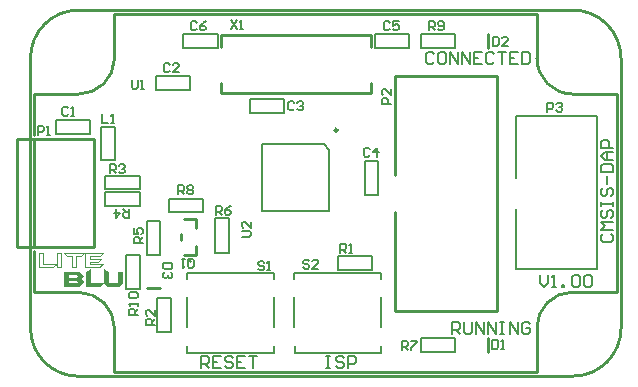
<source format=gto>
%FSLAX25Y25*%
%MOIN*%
G70*
G01*
G75*
G04 Layer_Color=65535*
%ADD10R,0.07600X0.04700*%
%ADD11R,0.07600X0.09500*%
%ADD12R,0.08400X0.08400*%
%ADD13R,0.05400X0.01600*%
%ADD14R,0.21654X0.07874*%
%ADD15R,0.04000X0.03500*%
%ADD16R,0.06400X0.13200*%
%ADD17R,0.06400X0.04800*%
%ADD18R,0.03500X0.04000*%
%ADD19R,0.03543X0.03150*%
%ADD20R,0.11000X0.04000*%
%ADD21R,0.03150X0.03543*%
%ADD22R,0.09600X0.03200*%
%ADD23R,0.06102X0.00984*%
%ADD24R,0.00984X0.06102*%
%ADD25R,0.04600X0.04000*%
%ADD26C,0.01000*%
%ADD27C,0.02000*%
%ADD28C,0.01500*%
%ADD29C,0.03000*%
%ADD30C,0.13600*%
%ADD31C,0.09000*%
%ADD32R,0.09000X0.09000*%
%ADD33C,0.02800*%
%ADD34C,0.00984*%
%ADD35C,0.00800*%
%ADD36C,0.00787*%
%ADD37C,0.00700*%
G36*
X116866Y139780D02*
X115515D01*
Y135961D01*
X113695D01*
Y139780D01*
X112336D01*
X111040Y141201D01*
X118178D01*
X116866Y139780D01*
D02*
G37*
G36*
X123309Y139772D02*
X120123D01*
Y139241D01*
X123903D01*
X122684Y137913D01*
X120123D01*
Y137382D01*
X124442D01*
X123129Y135961D01*
X118303D01*
Y141201D01*
X124621D01*
X123309Y139772D01*
D02*
G37*
G36*
X126226Y134831D02*
Y131020D01*
X129077D01*
Y134878D01*
X130748D01*
Y130926D01*
X129569Y129747D01*
X125727D01*
X124555Y130918D01*
Y135745D01*
X126226Y134831D01*
D02*
G37*
G36*
X117753Y133269D02*
X117042Y132308D01*
X117753Y131348D01*
X116581Y129747D01*
X111200D01*
Y134878D01*
X116581D01*
X117753Y133269D01*
D02*
G37*
G36*
X120182Y131020D02*
X124438D01*
X123274Y129747D01*
X118510D01*
Y134831D01*
X120182Y135745D01*
Y131020D01*
D02*
G37*
G36*
X110594Y135961D02*
X108775D01*
Y137205D01*
X107627Y135961D01*
X102800D01*
Y141201D01*
X104620D01*
Y137382D01*
X108775D01*
Y141201D01*
X110594D01*
Y135961D01*
D02*
G37*
%LPC*%
G36*
X117608Y140873D02*
X111586D01*
X112477Y140108D01*
X114031D01*
Y136289D01*
X115179D01*
Y140108D01*
X116733D01*
X117608Y140873D01*
D02*
G37*
G36*
X124051D02*
X118639D01*
Y136289D01*
X122989D01*
X123871Y137054D01*
X119787D01*
Y138242D01*
X122544D01*
X123333Y138905D01*
X119787D01*
Y140100D01*
X123169D01*
X124051Y140873D01*
D02*
G37*
G36*
X115621Y131723D02*
X112871D01*
Y131020D01*
X115621D01*
X115933Y131348D01*
X115621Y131723D01*
D02*
G37*
G36*
X104284Y140873D02*
X103136D01*
Y136289D01*
X107486D01*
X108369Y137054D01*
X104284D01*
Y140873D01*
D02*
G37*
G36*
X110258D02*
X109110D01*
Y136289D01*
X110258D01*
Y140873D01*
D02*
G37*
G36*
X115621Y133605D02*
X112871D01*
Y132894D01*
X115613D01*
X115933Y133269D01*
X115621Y133605D01*
D02*
G37*
%LPD*%
D26*
X115900Y194046D02*
G03*
X128000Y205900I100J12000D01*
G01*
X268800Y206100D02*
G03*
X280898Y194047I12000J-53D01*
G01*
X128001Y116000D02*
G03*
X116000Y128001I-12001J0D01*
G01*
X280708Y128101D02*
G03*
X268799Y116017I92J-12000D01*
G01*
X95400Y143100D02*
Y179100D01*
X102100D01*
X95400Y143100D02*
X102100D01*
X102000D02*
X121100D01*
X101900Y179100D02*
X121100D01*
X101100Y143100D02*
Y179100D01*
X121100Y143100D02*
Y179100D01*
X128000Y205900D02*
Y220700D01*
X101100Y194000D02*
X115900D01*
X101200Y128001D02*
X116000D01*
X128000Y101400D02*
Y116100D01*
X280600Y194000D02*
X295600D01*
X268800Y101400D02*
Y116100D01*
X128000Y101400D02*
X268800D01*
X101200Y128001D02*
Y141800D01*
X101100Y180400D02*
Y194000D01*
X268800Y206100D02*
Y220700D01*
X128000D02*
X268800D01*
X280600Y128100D02*
X295600D01*
Y194000D01*
X163600Y213900D02*
X213600D01*
X163600Y209900D02*
Y213900D01*
X213600Y194451D02*
Y197900D01*
Y209900D02*
Y213900D01*
X163600Y194451D02*
X213600D01*
X163600D02*
Y197900D01*
X138800Y129300D02*
X143300D01*
X252600Y108100D02*
Y112600D01*
X221500Y121600D02*
Y154600D01*
Y167000D02*
Y200000D01*
X255400D01*
Y121600D02*
Y200000D01*
X221500Y121600D02*
X255400D01*
X155200Y149500D02*
Y152500D01*
X151200Y140500D02*
X155200D01*
Y143500D01*
X150200Y145500D02*
Y147500D01*
X151200Y152500D02*
X155200D01*
X252600Y209500D02*
Y214000D01*
X116000Y222047D02*
G03*
X100000Y206000I0J-16000D01*
G01*
X99999Y116000D02*
G03*
X116000Y99999I16001J0D01*
G01*
X296803Y206000D02*
G03*
X280800Y222050I-16003J47D01*
G01*
Y100039D02*
G03*
X296861Y116100I0J16061D01*
G01*
X116000Y222047D02*
X280800D01*
X296850Y116100D02*
Y206000D01*
X100000Y116000D02*
Y206000D01*
X116000Y100000D02*
X280800D01*
D34*
X202376Y182046D02*
G03*
X202376Y182046I-492J0D01*
G01*
D35*
X141900Y195400D02*
X153300D01*
X141900D02*
Y200000D01*
X153300D01*
Y195400D02*
Y200000D01*
X128200Y172200D02*
Y183200D01*
X123600Y172200D02*
X128200D01*
X123600D02*
Y183200D01*
X128200D01*
X108600Y185400D02*
X120000D01*
Y180800D02*
Y185400D01*
X108600Y180800D02*
X120000D01*
X108600D02*
Y185400D01*
X125000Y156900D02*
Y161500D01*
Y156900D02*
X136400D01*
Y161500D01*
X125000D02*
X136400D01*
Y162300D02*
Y166900D01*
X125000D02*
X136400D01*
X125000Y162300D02*
Y166900D01*
Y162300D02*
X136400D01*
X131900Y140500D02*
X136500D01*
X131900Y129100D02*
Y140500D01*
Y129100D02*
X136500D01*
Y140500D01*
X142300Y114700D02*
X146900D01*
Y126100D01*
X142300D02*
X146900D01*
X142300Y114700D02*
Y126100D01*
X213800Y135500D02*
Y140100D01*
X202400D02*
X213800D01*
X202400Y135500D02*
Y140100D01*
Y135500D02*
X213800D01*
X241600Y108000D02*
Y112600D01*
X230200D02*
X241600D01*
X230200Y108000D02*
Y112600D01*
Y108000D02*
X241600D01*
X216000Y160400D02*
Y171800D01*
X211400Y160400D02*
X216000D01*
X211400D02*
Y171800D01*
X216000D01*
X173200Y187800D02*
X184600D01*
X173200D02*
Y192400D01*
X184600D01*
Y187800D02*
Y192400D01*
X146100Y154600D02*
Y159200D01*
Y154600D02*
X157500D01*
Y159200D01*
X146100D02*
X157500D01*
X161500Y152600D02*
X166100D01*
X161500Y141200D02*
Y152600D01*
Y141200D02*
X166100D01*
Y152600D01*
X138700Y140400D02*
X143300D01*
Y151800D01*
X138700D02*
X143300D01*
X138700Y140400D02*
Y151800D01*
X230200Y209400D02*
Y214000D01*
Y209400D02*
X241600D01*
Y214000D01*
X230200D02*
X241600D01*
X214800D02*
X226200D01*
Y209400D02*
Y214000D01*
X214800Y209400D02*
X226200D01*
X214800D02*
Y214000D01*
X151000D02*
X162400D01*
Y209400D02*
Y214000D01*
X151000Y209400D02*
X162400D01*
X151000D02*
Y214000D01*
X240600Y114200D02*
Y118199D01*
X242599D01*
X243266Y117532D01*
Y116199D01*
X242599Y115533D01*
X240600D01*
X241933D02*
X243266Y114200D01*
X244599Y118199D02*
Y114866D01*
X245265Y114200D01*
X246598D01*
X247265Y114866D01*
Y118199D01*
X248597Y114200D02*
Y118199D01*
X251263Y114200D01*
Y118199D01*
X252596Y114200D02*
Y118199D01*
X255262Y114200D01*
Y118199D01*
X256595D02*
X257928D01*
X257261D01*
Y114200D01*
X256595D01*
X257928D01*
X259927D02*
Y118199D01*
X262593Y114200D01*
Y118199D01*
X266592Y117532D02*
X265925Y118199D01*
X264592D01*
X263926Y117532D01*
Y114866D01*
X264592Y114200D01*
X265925D01*
X266592Y114866D01*
Y116199D01*
X265259D01*
X234666Y207432D02*
X233999Y208099D01*
X232666D01*
X232000Y207432D01*
Y204767D01*
X232666Y204100D01*
X233999D01*
X234666Y204767D01*
X237998Y208099D02*
X236665D01*
X235999Y207432D01*
Y204767D01*
X236665Y204100D01*
X237998D01*
X238665Y204767D01*
Y207432D01*
X237998Y208099D01*
X239997Y204100D02*
Y208099D01*
X242663Y204100D01*
Y208099D01*
X243996Y204100D02*
Y208099D01*
X246662Y204100D01*
Y208099D01*
X250661D02*
X247995D01*
Y204100D01*
X250661D01*
X247995Y206099D02*
X249328D01*
X254659Y207432D02*
X253993Y208099D01*
X252660D01*
X251994Y207432D01*
Y204767D01*
X252660Y204100D01*
X253993D01*
X254659Y204767D01*
X255992Y208099D02*
X258658D01*
X257325D01*
Y204100D01*
X262657Y208099D02*
X259991D01*
Y204100D01*
X262657D01*
X259991Y206099D02*
X261324D01*
X263990Y208099D02*
Y204100D01*
X265989D01*
X266655Y204767D01*
Y207432D01*
X265989Y208099D01*
X263990D01*
X290868Y147266D02*
X290201Y146599D01*
Y145266D01*
X290868Y144600D01*
X293534D01*
X294200Y145266D01*
Y146599D01*
X293534Y147266D01*
X294200Y148599D02*
X290201D01*
X291534Y149932D01*
X290201Y151265D01*
X294200D01*
X290868Y155263D02*
X290201Y154597D01*
Y153264D01*
X290868Y152597D01*
X291534D01*
X292201Y153264D01*
Y154597D01*
X292867Y155263D01*
X293534D01*
X294200Y154597D01*
Y153264D01*
X293534Y152597D01*
X290201Y156596D02*
Y157929D01*
Y157263D01*
X294200D01*
Y156596D01*
Y157929D01*
X290868Y162594D02*
X290201Y161928D01*
Y160595D01*
X290868Y159928D01*
X291534D01*
X292201Y160595D01*
Y161928D01*
X292867Y162594D01*
X293534D01*
X294200Y161928D01*
Y160595D01*
X293534Y159928D01*
X292201Y163927D02*
Y166593D01*
X290201Y167926D02*
X294200D01*
Y169925D01*
X293534Y170592D01*
X290868D01*
X290201Y169925D01*
Y167926D01*
X294200Y171924D02*
X291534D01*
X290201Y173257D01*
X291534Y174590D01*
X294200D01*
X292201D01*
Y171924D01*
X294200Y175923D02*
X290201D01*
Y177923D01*
X290868Y178589D01*
X292201D01*
X292867Y177923D01*
Y175923D01*
X198400Y106599D02*
X199733D01*
X199066D01*
Y102600D01*
X198400D01*
X199733D01*
X204398Y105932D02*
X203732Y106599D01*
X202399D01*
X201732Y105932D01*
Y105266D01*
X202399Y104599D01*
X203732D01*
X204398Y103933D01*
Y103267D01*
X203732Y102600D01*
X202399D01*
X201732Y103267D01*
X205731Y102600D02*
Y106599D01*
X207730D01*
X208397Y105932D01*
Y104599D01*
X207730Y103933D01*
X205731D01*
X156700Y102700D02*
Y106699D01*
X158699D01*
X159366Y106032D01*
Y104699D01*
X158699Y104033D01*
X156700D01*
X158033D02*
X159366Y102700D01*
X163365Y106699D02*
X160699D01*
Y102700D01*
X163365D01*
X160699Y104699D02*
X162032D01*
X167363Y106032D02*
X166697Y106699D01*
X165364D01*
X164697Y106032D01*
Y105366D01*
X165364Y104699D01*
X166697D01*
X167363Y104033D01*
Y103366D01*
X166697Y102700D01*
X165364D01*
X164697Y103366D01*
X171362Y106699D02*
X168696D01*
Y102700D01*
X171362D01*
X168696Y104699D02*
X170029D01*
X172695Y106699D02*
X175361D01*
X174028D01*
Y102700D01*
X269800Y133799D02*
Y131133D01*
X271133Y129800D01*
X272466Y131133D01*
Y133799D01*
X273799Y129800D02*
X275132D01*
X274465D01*
Y133799D01*
X273799Y133132D01*
X277131Y129800D02*
Y130466D01*
X277797D01*
Y129800D01*
X277131D01*
X280463Y133132D02*
X281130Y133799D01*
X282463D01*
X283129Y133132D01*
Y130466D01*
X282463Y129800D01*
X281130D01*
X280463Y130466D01*
Y133132D01*
X284462D02*
X285128Y133799D01*
X286461D01*
X287128Y133132D01*
Y130466D01*
X286461Y129800D01*
X285128D01*
X284462Y130466D01*
Y133132D01*
D36*
X152300Y107800D02*
X181200D01*
Y110200D01*
X152300Y107800D02*
Y110200D01*
X152100Y134400D02*
X181200D01*
X152100Y132400D02*
Y134400D01*
X181200Y132500D02*
Y134400D01*
X181100Y116300D02*
Y126300D01*
X152200Y116300D02*
Y126300D01*
X188100Y107800D02*
X217000D01*
Y110200D01*
X188100Y107800D02*
Y110200D01*
X187900Y134400D02*
X217000D01*
X187900Y132400D02*
Y134400D01*
X217000Y132500D02*
Y134400D01*
X216900Y116300D02*
Y126300D01*
X188000Y116300D02*
Y126300D01*
X261800Y135700D02*
Y155800D01*
Y166000D02*
Y186800D01*
X289000D01*
Y135700D02*
Y186800D01*
X261800Y135700D02*
X289000D01*
X177180Y154980D02*
Y177420D01*
Y154980D02*
X199620D01*
X177180Y177420D02*
X197680D01*
X199620Y175480D01*
Y154980D02*
Y175480D01*
D37*
X124002Y187418D02*
Y184419D01*
X126002D01*
X127001D02*
X128001D01*
X127501D01*
Y187418D01*
X127001Y186918D01*
X112599Y189299D02*
X112100Y189799D01*
X111100D01*
X110600Y189299D01*
Y187300D01*
X111100Y186800D01*
X112100D01*
X112599Y187300D01*
X113599Y186800D02*
X114599D01*
X114099D01*
Y189799D01*
X113599Y189299D01*
X146399Y203799D02*
X145899Y204299D01*
X144900D01*
X144400Y203799D01*
Y201800D01*
X144900Y201300D01*
X145899D01*
X146399Y201800D01*
X149398Y201300D02*
X147399D01*
X149398Y203299D01*
Y203799D01*
X148899Y204299D01*
X147899D01*
X147399Y203799D01*
X187899Y191199D02*
X187399Y191699D01*
X186400D01*
X185900Y191199D01*
Y189200D01*
X186400Y188700D01*
X187399D01*
X187899Y189200D01*
X188899Y191199D02*
X189399Y191699D01*
X190399D01*
X190898Y191199D01*
Y190699D01*
X190399Y190199D01*
X189899D01*
X190399D01*
X190898Y189700D01*
Y189200D01*
X190399Y188700D01*
X189399D01*
X188899Y189200D01*
X213099Y175599D02*
X212599Y176099D01*
X211600D01*
X211100Y175599D01*
Y173600D01*
X211600Y173100D01*
X212599D01*
X213099Y173600D01*
X215599Y173100D02*
Y176099D01*
X214099Y174600D01*
X216098D01*
X219699Y217799D02*
X219199Y218299D01*
X218200D01*
X217700Y217799D01*
Y215800D01*
X218200Y215300D01*
X219199D01*
X219699Y215800D01*
X222698Y218299D02*
X220699D01*
Y216799D01*
X221699Y217299D01*
X222199D01*
X222698Y216799D01*
Y215800D01*
X222199Y215300D01*
X221199D01*
X220699Y215800D01*
X155499Y217799D02*
X154999Y218299D01*
X154000D01*
X153500Y217799D01*
Y215800D01*
X154000Y215300D01*
X154999D01*
X155499Y215800D01*
X158498Y218299D02*
X157499Y217799D01*
X156499Y216799D01*
Y215800D01*
X156999Y215300D01*
X157999D01*
X158498Y215800D01*
Y216300D01*
X157999Y216799D01*
X156499D01*
X254000Y112099D02*
Y109100D01*
X255500D01*
X255999Y109600D01*
Y111599D01*
X255500Y112099D01*
X254000D01*
X256999Y109100D02*
X257999D01*
X257499D01*
Y112099D01*
X256999Y111599D01*
X254100Y213199D02*
Y210200D01*
X255599D01*
X256099Y210700D01*
Y212699D01*
X255599Y213199D01*
X254100D01*
X259098Y210200D02*
X257099D01*
X259098Y212199D01*
Y212699D01*
X258598Y213199D01*
X257599D01*
X257099Y212699D01*
X147299Y137700D02*
X144300D01*
Y136200D01*
X144800Y135701D01*
X146799D01*
X147299Y136200D01*
Y137700D01*
X146799Y134701D02*
X147299Y134201D01*
Y133201D01*
X146799Y132702D01*
X146299D01*
X145800Y133201D01*
Y133701D01*
Y133201D01*
X145300Y132702D01*
X144800D01*
X144300Y133201D01*
Y134201D01*
X144800Y134701D01*
X102400Y180500D02*
Y183499D01*
X103900D01*
X104399Y182999D01*
Y182000D01*
X103900Y181500D01*
X102400D01*
X105399Y180500D02*
X106399D01*
X105899D01*
Y183499D01*
X105399Y182999D01*
X220100Y190600D02*
X217101D01*
Y192099D01*
X217601Y192599D01*
X218601D01*
X219100Y192099D01*
Y190600D01*
X220100Y195598D02*
Y193599D01*
X218101Y195598D01*
X217601D01*
X217101Y195099D01*
Y194099D01*
X217601Y193599D01*
X272200Y188200D02*
Y191199D01*
X273699D01*
X274199Y190699D01*
Y189699D01*
X273699Y189200D01*
X272200D01*
X275199Y190699D02*
X275699Y191199D01*
X276698D01*
X277198Y190699D01*
Y190199D01*
X276698Y189699D01*
X276199D01*
X276698D01*
X277198Y189200D01*
Y188700D01*
X276698Y188200D01*
X275699D01*
X275199Y188700D01*
X152501Y138600D02*
Y136601D01*
X153000Y136101D01*
X154000D01*
X154500Y136601D01*
Y138600D01*
X154000Y139100D01*
X153000D01*
X153500Y138100D02*
X152501Y139100D01*
X153000D02*
X152501Y138600D01*
X151501Y139100D02*
X150501D01*
X151001D01*
Y136101D01*
X151501Y136601D01*
X203200Y141200D02*
Y144199D01*
X204699D01*
X205199Y143699D01*
Y142700D01*
X204699Y142200D01*
X203200D01*
X204200D02*
X205199Y141200D01*
X206199D02*
X207199D01*
X206699D01*
Y144199D01*
X206199Y143699D01*
X141400Y117244D02*
X138401D01*
Y118744D01*
X138901Y119244D01*
X139901D01*
X140400Y118744D01*
Y117244D01*
Y118244D02*
X141400Y119244D01*
Y122243D02*
Y120243D01*
X139401Y122243D01*
X138901D01*
X138401Y121743D01*
Y120743D01*
X138901Y120243D01*
X126500Y167700D02*
Y170699D01*
X127999D01*
X128499Y170199D01*
Y169200D01*
X127999Y168700D01*
X126500D01*
X127500D02*
X128499Y167700D01*
X129499Y170199D02*
X129999Y170699D01*
X130999D01*
X131498Y170199D01*
Y169699D01*
X130999Y169200D01*
X130499D01*
X130999D01*
X131498Y168700D01*
Y168200D01*
X130999Y167700D01*
X129999D01*
X129499Y168200D01*
X133000Y155800D02*
Y152801D01*
X131500D01*
X131001Y153301D01*
Y154300D01*
X131500Y154800D01*
X133000D01*
X132000D02*
X131001Y155800D01*
X128501D02*
Y152801D01*
X130001Y154300D01*
X128002D01*
X137400Y144400D02*
X134401D01*
Y145899D01*
X134901Y146399D01*
X135900D01*
X136400Y145899D01*
Y144400D01*
Y145400D02*
X137400Y146399D01*
X134401Y149398D02*
Y147399D01*
X135900D01*
X135401Y148399D01*
Y148899D01*
X135900Y149398D01*
X136900D01*
X137400Y148899D01*
Y147899D01*
X136900Y147399D01*
X161700Y153900D02*
Y156899D01*
X163199D01*
X163699Y156399D01*
Y155400D01*
X163199Y154900D01*
X161700D01*
X162700D02*
X163699Y153900D01*
X166698Y156899D02*
X165699Y156399D01*
X164699Y155400D01*
Y154400D01*
X165199Y153900D01*
X166199D01*
X166698Y154400D01*
Y154900D01*
X166199Y155400D01*
X164699D01*
X223700Y108900D02*
Y111899D01*
X225200D01*
X225699Y111399D01*
Y110399D01*
X225200Y109900D01*
X223700D01*
X224700D02*
X225699Y108900D01*
X226699Y111899D02*
X228698D01*
Y111399D01*
X226699Y109400D01*
Y108900D01*
X149200Y160700D02*
Y163699D01*
X150699D01*
X151199Y163199D01*
Y162199D01*
X150699Y161700D01*
X149200D01*
X150200D02*
X151199Y160700D01*
X152199Y163199D02*
X152699Y163699D01*
X153699D01*
X154198Y163199D01*
Y162699D01*
X153699Y162199D01*
X154198Y161700D01*
Y161200D01*
X153699Y160700D01*
X152699D01*
X152199Y161200D01*
Y161700D01*
X152699Y162199D01*
X152199Y162699D01*
Y163199D01*
X152699Y162199D02*
X153699D01*
X232800Y215400D02*
Y218399D01*
X234299D01*
X234799Y217899D01*
Y216899D01*
X234299Y216400D01*
X232800D01*
X233800D02*
X234799Y215400D01*
X235799Y215900D02*
X236299Y215400D01*
X237298D01*
X237798Y215900D01*
Y217899D01*
X237298Y218399D01*
X236299D01*
X235799Y217899D01*
Y217399D01*
X236299Y216899D01*
X237798D01*
X135700Y120500D02*
X132701D01*
Y122000D01*
X133201Y122499D01*
X134201D01*
X134700Y122000D01*
Y120500D01*
Y121500D02*
X135700Y122499D01*
Y123499D02*
Y124499D01*
Y123999D01*
X132701D01*
X133201Y123499D01*
Y125998D02*
X132701Y126498D01*
Y127498D01*
X133201Y127998D01*
X135200D01*
X135700Y127498D01*
Y126498D01*
X135200Y125998D01*
X133201D01*
X177999Y137799D02*
X177499Y138299D01*
X176500D01*
X176000Y137799D01*
Y137299D01*
X176500Y136800D01*
X177499D01*
X177999Y136300D01*
Y135800D01*
X177499Y135300D01*
X176500D01*
X176000Y135800D01*
X178999Y135300D02*
X179999D01*
X179499D01*
Y138299D01*
X178999Y137799D01*
X192899Y138299D02*
X192400Y138799D01*
X191400D01*
X190900Y138299D01*
Y137799D01*
X191400Y137300D01*
X192400D01*
X192899Y136800D01*
Y136300D01*
X192400Y135800D01*
X191400D01*
X190900Y136300D01*
X195898Y135800D02*
X193899D01*
X195898Y137799D01*
Y138299D01*
X195399Y138799D01*
X194399D01*
X193899Y138299D01*
X133800Y198799D02*
Y196300D01*
X134300Y195800D01*
X135300D01*
X135799Y196300D01*
Y198799D01*
X136799Y195800D02*
X137799D01*
X137299D01*
Y198799D01*
X136799Y198299D01*
X170401Y146500D02*
X172900D01*
X173400Y147000D01*
Y148000D01*
X172900Y148499D01*
X170401D01*
X173400Y151498D02*
Y149499D01*
X171401Y151498D01*
X170901D01*
X170401Y150999D01*
Y149999D01*
X170901Y149499D01*
X166700Y218599D02*
X168699Y215600D01*
Y218599D02*
X166700Y215600D01*
X169699D02*
X170699D01*
X170199D01*
Y218599D01*
X169699Y218099D01*
M02*

</source>
